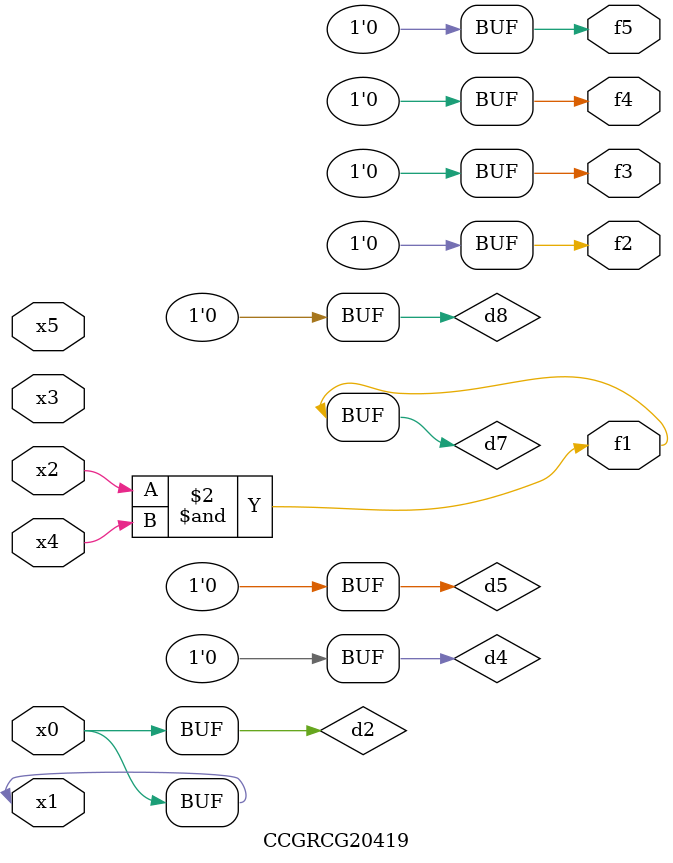
<source format=v>
module CCGRCG20419(
	input x0, x1, x2, x3, x4, x5,
	output f1, f2, f3, f4, f5
);

	wire d1, d2, d3, d4, d5, d6, d7, d8, d9;

	nand (d1, x1);
	buf (d2, x0, x1);
	nand (d3, x2, x4);
	and (d4, d1, d2);
	and (d5, d1, d2);
	nand (d6, d1, d3);
	not (d7, d3);
	xor (d8, d5);
	nor (d9, d5, d6);
	assign f1 = d7;
	assign f2 = d8;
	assign f3 = d8;
	assign f4 = d8;
	assign f5 = d8;
endmodule

</source>
